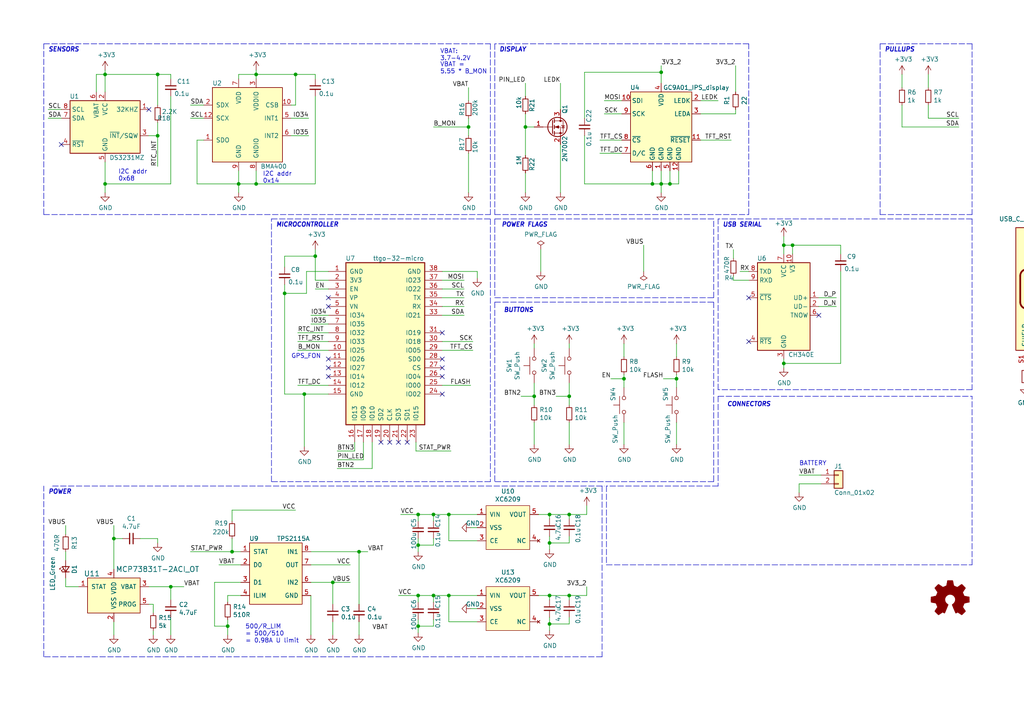
<source format=kicad_sch>
(kicad_sch (version 20231120) (generator "eeschema") (generator_version "8.0")
  (paper "A4")
  (title_block (title "Open-Smartwatch-Light") (date "2021-02-18") (rev "3.3"))
  (junction (at 191.77 53.34))
  (junction (at 194.31 53.34))
  (junction (at 125.73 149.225))
  (junction (at 88.265 114.3))
  (junction (at 154.94 114.935))
  (junction (at 82.55 85.09))
  (junction (at 74.295 21.59))
  (junction (at 196.215 109.855))
  (junction (at 45.72 39.37))
  (junction (at 159.385 157.48))
  (junction (at 30.48 53.34))
  (junction (at 121.285 172.72))
  (junction (at 227.33 105.41))
  (junction (at 130.175 149.225))
  (junction (at 165.1 172.72))
  (junction (at 121.285 149.225))
  (junction (at 91.44 74.295))
  (junction (at 152.4 36.83))
  (junction (at 189.23 53.34))
  (junction (at 121.285 181.61))
  (junction (at 125.73 172.72))
  (junction (at 191.77 20.955))
  (junction (at 159.385 149.225))
  (junction (at 45.72 21.59))
  (junction (at 121.285 158.115))
  (junction (at 159.385 180.975))
  (junction (at 165.1 114.935))
  (junction (at 104.14 160.02))
  (junction (at 159.385 172.72))
  (junction (at 96.52 168.91))
  (junction (at 67.31 160.02))
  (junction (at 165.1 149.225))
  (junction (at 227.33 71.12))
  (junction (at 33.02 156.21))
  (junction (at 135.89 36.83))
  (junction (at 229.87 71.12))
  (junction (at 74.295 53.34))
  (junction (at 49.53 170.18))
  (junction (at 130.175 172.72))
  (junction (at 180.975 109.855))
  (junction (at 326.39 91.44))
  (junction (at 69.215 53.34))
  (junction (at 66.04 181.61))
  (junction (at 85.725 21.59))
  (junction (at 30.48 21.59))
  (no_connect (at 95.25 104.14))
  (no_connect (at 95.25 106.68))
  (no_connect (at 128.27 104.14))
  (no_connect (at 95.25 86.36))
  (no_connect (at 17.78 41.91))
  (no_connect (at 217.17 99.06))
  (no_connect (at 128.27 106.68))
  (no_connect (at 110.49 128.27))
  (no_connect (at 95.25 88.9))
  (no_connect (at 128.27 96.52))
  (no_connect (at 43.18 31.75))
  (no_connect (at 128.27 114.3))
  (no_connect (at 95.25 109.22))
  (no_connect (at 237.49 91.44))
  (no_connect (at 128.27 109.22))
  (no_connect (at 217.17 86.36))
  (no_connect (at 115.57 128.27))
  (no_connect (at 118.11 128.27))
  (no_connect (at 113.03 128.27))
  (wire (pts (xy 97.79 135.89) (xy 107.95 135.89)))
  (wire (pts (xy 180.34 33.02) (xy 175.26 33.02)))
  (wire (pts (xy 136.525 153.035) (xy 138.43 153.035)))
  (wire (pts (xy 30.48 21.59) (xy 27.94 21.59)))
  (wire (pts (xy 180.34 29.21) (xy 175.26 29.21)))
  (wire (pts (xy 74.295 21.59) (xy 85.725 21.59)))
  (wire (pts (xy 49.53 173.99) (xy 49.53 170.18)))
  (wire (pts (xy 196.215 128.905) (xy 196.215 122.555)))
  (wire (pts (xy 95.25 91.44) (xy 90.17 91.44)))
  (wire (pts (xy 159.385 179.07) (xy 159.385 180.975)))
  (wire (pts (xy 90.17 160.02) (xy 104.14 160.02)))
  (wire (pts (xy 152.4 55.88) (xy 152.4 50.165)))
  (polyline (pts (xy 207.01 63.5) (xy 143.51 63.5)) (stroke (width 0) (type dash)))
  (wire (pts (xy 128.27 78.74) (xy 138.43 78.74)))
  (wire (pts (xy 105.41 133.35) (xy 105.41 128.27)))
  (wire (pts (xy 95.25 93.98) (xy 90.17 93.98)))
  (polyline (pts (xy 208.28 113.03) (xy 208.28 63.5)) (stroke (width 0) (type dash)))
  (wire (pts (xy 88.9 85.09) (xy 82.55 85.09)))
  (wire (pts (xy 95.25 81.28) (xy 91.44 81.28)))
  (wire (pts (xy 90.17 184.15) (xy 90.17 172.72)))
  (wire (pts (xy 138.43 156.845) (xy 130.175 156.845)))
  (polyline (pts (xy 12.7 190.5) (xy 12.7 140.97)) (stroke (width 0) (type dash)))
  (wire (pts (xy 49.53 184.15) (xy 49.53 179.07)))
  (wire (pts (xy 136.525 176.53) (xy 138.43 176.53)))
  (wire (pts (xy 13.97 34.29) (xy 17.78 34.29)))
  (wire (pts (xy 159.385 149.225) (xy 165.1 149.225)))
  (wire (pts (xy 130.175 149.225) (xy 138.43 149.225)))
  (wire (pts (xy 165.1 155.575) (xy 165.1 157.48)))
  (wire (pts (xy 194.31 53.34) (xy 191.77 53.34)))
  (wire (pts (xy 84.455 39.37) (xy 89.535 39.37)))
  (wire (pts (xy 151.13 114.935) (xy 154.94 114.935)))
  (wire (pts (xy 19.05 160.02) (xy 19.05 162.56)))
  (wire (pts (xy 191.77 20.955) (xy 169.545 20.955)))
  (wire (pts (xy 95.25 83.82) (xy 91.44 83.82)))
  (wire (pts (xy 243.84 78.74) (xy 243.84 105.41)))
  (wire (pts (xy 242.57 86.36) (xy 237.49 86.36)))
  (wire (pts (xy 30.48 21.59) (xy 30.48 26.67)))
  (wire (pts (xy 66.04 181.61) (xy 66.04 179.705)))
  (wire (pts (xy 320.04 73.66) (xy 334.01 73.66)))
  (wire (pts (xy 102.87 130.81) (xy 97.79 130.81)))
  (wire (pts (xy 95.25 114.3) (xy 88.265 114.3)))
  (wire (pts (xy 19.05 170.18) (xy 22.86 170.18)))
  (polyline (pts (xy 15.24 140.97) (xy 175.26 140.97)) (stroke (width 0) (type dash)))
  (wire (pts (xy 138.43 180.34) (xy 130.175 180.34)))
  (wire (pts (xy 159.385 157.48) (xy 159.385 159.385)))
  (wire (pts (xy 261.62 36.83) (xy 278.13 36.83)))
  (wire (pts (xy 121.285 172.72) (xy 125.73 172.72)))
  (polyline (pts (xy 142.24 12.7) (xy 142.24 62.23)) (stroke (width 0) (type dash)))
  (wire (pts (xy 69.215 53.34) (xy 69.215 55.88)))
  (wire (pts (xy 170.18 146.685) (xy 170.18 149.225)))
  (wire (pts (xy 104.14 160.02) (xy 106.68 160.02)))
  (polyline (pts (xy 143.51 86.36) (xy 207.01 86.36)) (stroke (width 0) (type dash)))
  (wire (pts (xy 67.31 151.13) (xy 67.31 147.955)))
  (polyline (pts (xy 281.94 12.7) (xy 281.94 62.23)) (stroke (width 0) (type dash)))
  (wire (pts (xy 213.36 31.75) (xy 213.36 33.02)))
  (wire (pts (xy 154.94 111.125) (xy 154.94 114.935)))
  (wire (pts (xy 165.1 172.72) (xy 170.18 172.72)))
  (wire (pts (xy 229.87 71.12) (xy 229.87 73.66)))
  (wire (pts (xy 13.97 31.75) (xy 17.78 31.75)))
  (polyline (pts (xy 255.27 62.23) (xy 281.94 62.23)) (stroke (width 0) (type dash)))
  (wire (pts (xy 74.295 53.34) (xy 91.44 53.34)))
  (wire (pts (xy 96.52 168.91) (xy 90.17 168.91)))
  (wire (pts (xy 135.89 34.29) (xy 135.89 36.83)))
  (polyline (pts (xy 207.01 139.7) (xy 143.51 139.7)) (stroke (width 0) (type dash)))
  (wire (pts (xy 261.62 21.59) (xy 261.62 25.4)))
  (wire (pts (xy 165.1 99.695) (xy 165.1 100.965)))
  (wire (pts (xy 91.44 74.295) (xy 82.55 74.295)))
  (wire (pts (xy 326.39 76.2) (xy 326.39 86.36)))
  (wire (pts (xy 180.975 109.855) (xy 180.975 108.585)))
  (polyline (pts (xy 12.7 62.23) (xy 12.7 12.7)) (stroke (width 0) (type dash)))
  (wire (pts (xy 95.25 96.52) (xy 86.36 96.52)))
  (polyline (pts (xy 207.01 87.63) (xy 207.01 139.7)) (stroke (width 0) (type dash)))
  (wire (pts (xy 33.02 156.21) (xy 33.02 165.1)))
  (polyline (pts (xy 207.01 86.36) (xy 207.01 63.5)) (stroke (width 0) (type dash)))
  (wire (pts (xy 121.285 156.21) (xy 121.285 158.115)))
  (wire (pts (xy 156.21 149.225) (xy 159.385 149.225)))
  (wire (pts (xy 169.545 20.955) (xy 169.545 34.29)))
  (wire (pts (xy 45.72 156.21) (xy 45.72 157.48)))
  (wire (pts (xy 121.285 172.72) (xy 121.285 174.625)))
  (wire (pts (xy 227.33 106.68) (xy 227.33 105.41)))
  (wire (pts (xy 104.14 175.26) (xy 104.14 160.02)))
  (wire (pts (xy 82.55 85.09) (xy 82.55 82.55)))
  (wire (pts (xy 128.27 91.44) (xy 134.62 91.44)))
  (wire (pts (xy 86.36 101.6) (xy 95.25 101.6)))
  (wire (pts (xy 67.31 160.02) (xy 69.85 160.02)))
  (wire (pts (xy 196.85 49.53) (xy 196.85 53.34)))
  (wire (pts (xy 159.385 180.975) (xy 159.385 182.88)))
  (wire (pts (xy 91.44 81.28) (xy 91.44 74.295)))
  (wire (pts (xy 101.6 163.83) (xy 90.17 163.83)))
  (wire (pts (xy 115.57 172.72) (xy 121.285 172.72)))
  (wire (pts (xy 138.43 78.74) (xy 138.43 80.645)))
  (wire (pts (xy 125.73 181.61) (xy 125.73 179.705)))
  (wire (pts (xy 121.285 149.225) (xy 121.285 151.13)))
  (wire (pts (xy 19.05 167.64) (xy 19.05 170.18)))
  (polyline (pts (xy 174.625 140.97) (xy 174.625 190.5)) (stroke (width 0) (type dash)))
  (wire (pts (xy 44.45 184.15) (xy 44.45 182.88)))
  (wire (pts (xy 238.125 137.795) (xy 231.775 137.795)))
  (wire (pts (xy 191.77 20.955) (xy 191.77 24.13)))
  (polyline (pts (xy 281.94 163.83) (xy 281.94 114.935)) (stroke (width 0) (type dash)))
  (polyline (pts (xy 142.24 139.7) (xy 78.74 139.7)) (stroke (width 0) (type dash)))
  (polyline (pts (xy 143.51 62.23) (xy 217.17 62.23)) (stroke (width 0) (type dash)))
  (wire (pts (xy 208.28 29.21) (xy 203.2 29.21)))
  (wire (pts (xy 95.25 99.06) (xy 86.36 99.06)))
  (wire (pts (xy 45.72 21.59) (xy 45.72 30.48)))
  (wire (pts (xy 243.84 71.12) (xy 243.84 73.66)))
  (wire (pts (xy 66.04 172.72) (xy 66.04 174.625)))
  (wire (pts (xy 121.285 149.225) (xy 125.73 149.225)))
  (wire (pts (xy 191.77 53.34) (xy 189.23 53.34)))
  (wire (pts (xy 180.34 40.64) (xy 173.99 40.64)))
  (polyline (pts (xy 217.17 62.23) (xy 217.17 12.7)) (stroke (width 0) (type dash)))
  (wire (pts (xy 165.1 149.225) (xy 165.1 150.495)))
  (wire (pts (xy 165.1 114.935) (xy 165.1 111.125)))
  (wire (pts (xy 69.215 53.34) (xy 57.15 53.34)))
  (wire (pts (xy 44.45 177.8) (xy 44.45 175.26)))
  (wire (pts (xy 102.87 128.27) (xy 102.87 130.81)))
  (wire (pts (xy 135.89 44.45) (xy 135.89 55.88)))
  (wire (pts (xy 152.4 36.83) (xy 152.4 45.085)))
  (wire (pts (xy 66.04 184.15) (xy 66.04 181.61)))
  (wire (pts (xy 45.72 35.56) (xy 45.72 39.37)))
  (wire (pts (xy 67.31 160.02) (xy 67.31 156.21)))
  (wire (pts (xy 84.455 34.29) (xy 89.535 34.29)))
  (wire (pts (xy 165.1 117.475) (xy 165.1 114.935)))
  (wire (pts (xy 128.27 99.06) (xy 137.16 99.06)))
  (wire (pts (xy 261.62 30.48) (xy 261.62 36.83)))
  (wire (pts (xy 189.23 49.53) (xy 189.23 53.34)))
  (wire (pts (xy 243.84 105.41) (xy 227.33 105.41)))
  (wire (pts (xy 180.975 99.695) (xy 180.975 103.505)))
  (wire (pts (xy 82.55 74.295) (xy 82.55 77.47)))
  (wire (pts (xy 62.23 168.91) (xy 62.23 181.61)))
  (wire (pts (xy 156.845 72.39) (xy 156.845 78.74)))
  (wire (pts (xy 121.285 181.61) (xy 121.285 183.515)))
  (wire (pts (xy 194.31 49.53) (xy 194.31 53.34)))
  (wire (pts (xy 120.65 128.27) (xy 120.65 130.81)))
  (wire (pts (xy 49.53 27.94) (xy 49.53 53.34)))
  (polyline (pts (xy 143.51 87.63) (xy 143.51 139.7)) (stroke (width 0) (type dash)))
  (wire (pts (xy 45.72 39.37) (xy 45.72 48.26)))
  (wire (pts (xy 69.215 21.59) (xy 74.295 21.59)))
  (wire (pts (xy 33.02 184.15) (xy 33.02 180.34)))
  (wire (pts (xy 242.57 88.9) (xy 237.49 88.9)))
  (wire (pts (xy 159.385 149.225) (xy 159.385 150.495)))
  (wire (pts (xy 165.1 180.975) (xy 159.385 180.975)))
  (wire (pts (xy 55.245 30.48) (xy 59.055 30.48)))
  (wire (pts (xy 334.01 73.66) (xy 334.01 86.36)))
  (wire (pts (xy 212.725 81.28) (xy 217.17 81.28)))
  (wire (pts (xy 74.295 20.32) (xy 74.295 21.59)))
  (wire (pts (xy 238.125 140.335) (xy 231.775 140.335)))
  (wire (pts (xy 88.265 114.3) (xy 88.265 129.54)))
  (wire (pts (xy 196.215 109.855) (xy 196.215 112.395)))
  (wire (pts (xy 191.77 53.34) (xy 191.77 55.88)))
  (wire (pts (xy 269.24 30.48) (xy 269.24 34.29)))
  (wire (pts (xy 180.975 128.905) (xy 180.975 122.555)))
  (wire (pts (xy 85.725 21.59) (xy 91.44 21.59)))
  (wire (pts (xy 162.56 55.88) (xy 162.56 41.91)))
  (wire (pts (xy 169.545 39.37) (xy 169.545 53.34)))
  (wire (pts (xy 62.23 181.61) (xy 66.04 181.61)))
  (wire (pts (xy 128.27 81.28) (xy 134.62 81.28)))
  (wire (pts (xy 180.34 44.45) (xy 173.99 44.45)))
  (polyline (pts (xy 217.17 12.7) (xy 143.51 12.7)) (stroke (width 0) (type dash)))
  (wire (pts (xy 96.52 168.91) (xy 96.52 175.26)))
  (wire (pts (xy 40.64 156.21) (xy 45.72 156.21)))
  (wire (pts (xy 120.65 130.81) (xy 130.81 130.81)))
  (polyline (pts (xy 78.74 63.5) (xy 142.24 63.5)) (stroke (width 0) (type dash)))
  (wire (pts (xy 162.56 24.13) (xy 162.56 31.75)))
  (wire (pts (xy 159.385 172.72) (xy 165.1 172.72)))
  (wire (pts (xy 326.39 91.44) (xy 326.39 96.52)))
  (wire (pts (xy 121.285 158.115) (xy 121.285 160.02)))
  (wire (pts (xy 159.385 172.72) (xy 159.385 173.99)))
  (wire (pts (xy 67.31 147.955) (xy 85.725 147.955)))
  (wire (pts (xy 165.1 149.225) (xy 170.18 149.225)))
  (wire (pts (xy 213.36 26.67) (xy 213.36 19.05)))
  (wire (pts (xy 191.77 49.53) (xy 191.77 53.34)))
  (wire (pts (xy 97.79 133.35) (xy 105.41 133.35)))
  (wire (pts (xy 170.18 172.72) (xy 170.18 170.18)))
  (wire (pts (xy 213.36 33.02) (xy 203.2 33.02)))
  (wire (pts (xy 128.27 101.6) (xy 137.16 101.6)))
  (wire (pts (xy 269.24 34.29) (xy 278.13 34.29)))
  (wire (pts (xy 95.25 111.76) (xy 86.36 111.76)))
  (polyline (pts (xy 12.7 62.23) (xy 142.24 62.23)) (stroke (width 0) (type dash)))
  (wire (pts (xy 63.5 163.83) (xy 69.85 163.83)))
  (polyline (pts (xy 143.51 12.7) (xy 143.51 62.23)) (stroke (width 0) (type dash)))
  (wire (pts (xy 121.285 158.115) (xy 125.73 158.115)))
  (wire (pts (xy 69.85 168.91) (xy 62.23 168.91)))
  (wire (pts (xy 30.48 55.88) (xy 30.48 53.34)))
  (wire (pts (xy 229.87 71.12) (xy 243.84 71.12)))
  (wire (pts (xy 33.02 156.21) (xy 33.02 152.4)))
  (polyline (pts (xy 143.51 87.63) (xy 207.01 87.63)) (stroke (width 0) (type dash)))
  (wire (pts (xy 53.34 170.18) (xy 49.53 170.18)))
  (wire (pts (xy 135.89 36.83) (xy 125.73 36.83)))
  (wire (pts (xy 30.48 21.59) (xy 45.72 21.59)))
  (polyline (pts (xy 12.7 12.7) (xy 142.24 12.7)) (stroke (width 0) (type dash)))
  (wire (pts (xy 55.245 160.02) (xy 67.31 160.02)))
  (wire (pts (xy 101.6 168.91) (xy 96.52 168.91)))
  (wire (pts (xy 45.72 21.59) (xy 49.53 21.59)))
  (wire (pts (xy 180.975 112.395) (xy 180.975 109.855)))
  (wire (pts (xy 121.285 179.705) (xy 121.285 181.61)))
  (wire (pts (xy 27.94 21.59) (xy 27.94 26.67)))
  (wire (pts (xy 227.33 68.58) (xy 227.33 71.12)))
  (wire (pts (xy 320.04 76.2) (xy 326.39 76.2)))
  (wire (pts (xy 154.94 100.965) (xy 154.94 99.695)))
  (wire (pts (xy 57.15 40.64) (xy 59.055 40.64)))
  (wire (pts (xy 104.14 184.15) (xy 104.14 180.34)))
  (wire (pts (xy 69.85 172.72) (xy 66.04 172.72)))
  (wire (pts (xy 128.27 88.9) (xy 134.62 88.9)))
  (wire (pts (xy 269.24 21.59) (xy 269.24 25.4)))
  (wire (pts (xy 212.725 72.39) (xy 212.725 74.93)))
  (wire (pts (xy 85.725 21.59) (xy 85.725 30.48)))
  (wire (pts (xy 95.25 78.74) (xy 88.9 78.74)))
  (wire (pts (xy 69.215 22.86) (xy 69.215 21.59)))
  (wire (pts (xy 121.285 181.61) (xy 125.73 181.61)))
  (wire (pts (xy 196.215 103.505) (xy 196.215 99.695)))
  (wire (pts (xy 91.44 74.295) (xy 91.44 72.39)))
  (wire (pts (xy 326.39 91.44) (xy 334.01 91.44)))
  (polyline (pts (xy 255.27 12.7) (xy 255.27 62.23)) (stroke (width 0) (type dash)))
  (wire (pts (xy 159.385 155.575) (xy 159.385 157.48)))
  (wire (pts (xy 227.33 105.41) (xy 227.33 104.14)))
  (wire (pts (xy 128.27 86.36) (xy 134.62 86.36)))
  (wire (pts (xy 130.175 172.72) (xy 138.43 172.72)))
  (polyline (pts (xy 175.895 163.83) (xy 281.94 163.83)) (stroke (width 0) (type dash)))
  (wire (pts (xy 130.175 172.72) (xy 130.175 180.34)))
  (wire (pts (xy 128.27 83.82) (xy 134.62 83.82)))
  (polyline (pts (xy 281.94 63.5) (xy 208.28 63.5)) (stroke (width 0) (type dash)))
  (wire (pts (xy 177.165 109.855) (xy 180.975 109.855)))
  (wire (pts (xy 55.245 34.29) (xy 59.055 34.29)))
  (wire (pts (xy 85.725 30.48) (xy 84.455 30.48)))
  (wire (pts (xy 116.205 149.225) (xy 121.285 149.225)))
  (wire (pts (xy 191.77 19.05) (xy 191.77 20.955)))
  (wire (pts (xy 196.85 53.34) (xy 194.31 53.34)))
  (polyline (pts (xy 281.94 63.5) (xy 281.94 113.03)) (stroke (width 0) (type dash)))
  (polyline (pts (xy 208.28 140.97) (xy 175.895 140.97)) (stroke (width 0) (type dash)))
  (wire (pts (xy 152.4 24.13) (xy 152.4 27.94)))
  (wire (pts (xy 30.48 20.32) (xy 30.48 21.59)))
  (wire (pts (xy 57.15 53.34) (xy 57.15 40.64)))
  (wire (pts (xy 43.18 39.37) (xy 45.72 39.37)))
  (polyline (pts (xy 175.895 140.97) (xy 175.895 163.83)) (stroke (width 0) (type dash)))
  (wire (pts (xy 96.52 184.15) (xy 96.52 180.34)))
  (wire (pts (xy 49.53 170.18) (xy 43.18 170.18)))
  (wire (pts (xy 91.44 21.59) (xy 91.44 22.86)))
  (wire (pts (xy 156.21 172.72) (xy 159.385 172.72)))
  (polyline (pts (xy 255.27 12.7) (xy 281.94 12.7)) (stroke (width 0) (type dash)))
  (wire (pts (xy 169.545 53.34) (xy 189.23 53.34)))
  (wire (pts (xy 74.295 49.53) (xy 74.295 53.34)))
  (polyline (pts (xy 174.625 190.5) (xy 12.7 190.5)) (stroke (width 0) (type dash)))
  (wire (pts (xy 196.215 108.585) (xy 196.215 109.855)))
  (wire (pts (xy 203.2 40.64) (xy 212.09 40.64)))
  (wire (pts (xy 125.73 172.72) (xy 125.73 174.625)))
  (wire (pts (xy 165.1 179.07) (xy 165.1 180.975)))
  (wire (pts (xy 227.33 71.12) (xy 227.33 73.66)))
  (wire (pts (xy 69.215 49.53) (xy 69.215 53.34)))
  (wire (pts (xy 161.29 114.935) (xy 165.1 114.935)))
  (wire (pts (xy 152.4 36.83) (xy 154.94 36.83)))
  (wire (pts (xy 49.53 53.34) (xy 30.48 53.34)))
  (wire (pts (xy 154.94 114.935) (xy 154.94 117.475)))
  (wire (pts (xy 107.95 128.27) (xy 107.95 135.89)))
  (wire (pts (xy 44.45 175.26) (xy 43.18 175.26)))
  (wire (pts (xy 91.44 53.34) (xy 91.44 27.94)))
  (wire (pts (xy 19.05 152.4) (xy 19.05 154.94)))
  (wire (pts (xy 74.295 53.34) (xy 69.215 53.34)))
  (wire (pts (xy 152.4 33.02) (xy 152.4 36.83)))
  (wire (pts (xy 82.55 85.09) (xy 82.55 114.3)))
  (wire (pts (xy 231.775 140.335) (xy 231.775 142.875)))
  (wire (pts (xy 227.33 71.12) (xy 229.87 71.12)))
  (polyline (pts (xy 78.74 139.7) (xy 78.74 63.5)) (stroke (width 0) (type dash)))
  (wire (pts (xy 130.175 149.225) (xy 130.175 156.845)))
  (wire (pts (xy 88.9 78.74) (xy 88.9 85.09)))
  (wire (pts (xy 212.725 80.01) (xy 212.725 81.28)))
  (wire (pts (xy 125.73 158.115) (xy 125.73 156.21)))
  (wire (pts (xy 135.89 29.21) (xy 135.89 25.4)))
  (wire (pts (xy 125.73 149.225) (xy 130.175 149.225)))
  (polyline (pts (xy 143.51 63.5) (xy 143.51 86.36)) (stroke (width 0) (type dash)))
  (polyline (pts (xy 208.28 114.935) (xy 281.94 114.935)) (stroke (width 0) (type dash)))
  (wire (pts (xy 35.56 156.21) (xy 33.02 156.21)))
  (wire (pts (xy 125.73 149.225) (xy 125.73 151.13)))
  (wire (pts (xy 135.89 36.83) (xy 135.89 39.37)))
  (wire (pts (xy 128.27 111.76) (xy 136.525 111.76)))
  (wire (pts (xy 186.69 78.74) (xy 186.69 71.12)))
  (polyline (pts (xy 281.94 113.03) (xy 208.28 113.03)) (stroke (width 0) (type dash)))
  (wire (pts (xy 165.1 172.72) (xy 165.1 173.99)))
  (polyline (pts (xy 208.28 114.935) (xy 208.28 140.97)) (stroke (width 0) (type dash)))
  (wire (pts (xy 74.295 21.59) (xy 74.295 22.86)))
  (wire (pts (xy 154.94 128.905) (xy 154.94 122.555)))
  (wire (pts (xy 196.215 109.855) (xy 192.405 109.855)))
  (wire (pts (xy 125.73 172.72) (xy 130.175 172.72)))
  (wire (pts (xy 165.1 128.905) (xy 165.1 122.555)))
  (wire (pts (xy 49.53 21.59) (xy 49.53 22.86)))
  (polyline (pts (xy 142.24 63.5) (xy 142.24 139.7)) (stroke (width 0) (type dash)))
  (wire (pts (xy 30.48 53.34) (xy 30.48 46.99)))
  (wire (pts (xy 214.63 78.74) (xy 217.17 78.74)))
  (wire (pts (xy 82.55 114.3) (xy 88.265 114.3)))
  (wire (pts (xy 165.1 157.48) (xy 159.385 157.48)))
  (text "USB SERIAL" (at 209.55 66.04 0) (effects (font (size 1.27 1.27) (thickness 0.254) (bold yes) (italic yes)) (justify left bottom)))
  (text "MICROCONTROLLER" (at 80.01 66.04 0) (effects (font (size 1.27 1.27) (thickness 0.254) (bold yes) (italic yes)) (justify left bottom)))
  (text "DISPLAY" (at 144.78 15.24 0) (effects (font (size 1.27 1.27) (thickness 0.254) (bold yes) (italic yes)) (justify left bottom)))
  (text "GPS_FON" (at 84.455 104.14 0) (effects (font (size 1.27 1.27)) (justify left bottom)))
  (text "I2C addr\n0x68" (at 34.29 52.705 0) (effects (font (size 1.27 1.27)) (justify left bottom)))
  (text "VBAT =\n5.55 * B_MON\n" (at 127.635 21.59 0) (effects (font (size 1.27 1.27)) (justify left bottom)))
  (text "500/R_LIM\n= 500/510\n= 0.98A U limit" (at 71.12 186.69 0) (effects (font (size 1.27 1.27)) (justify left bottom)))
  (text "BATTERY" (at 231.775 135.255 0) (effects (font (size 1.27 1.27)) (justify left bottom)))
  (text "VBAT:\n3.7-4.2V" (at 127.635 17.78 0) (effects (font (size 1.27 1.27)) (justify left bottom)))
  (text "POWER FLAGS" (at 145.415 66.04 0) (effects (font (size 1.27 1.27) (thickness 0.254) (bold yes) (italic yes)) (justify left bottom)))
  (text "SENSORS" (at 13.97 15.24 0) (effects (font (size 1.27 1.27) (thickness 0.254) (bold yes) (italic yes)) (justify left bottom)))
  (text "BUTTONS" (at 146.05 90.805 0) (effects (font (size 1.27 1.27) (thickness 0.254) (bold yes) (italic yes)) (justify left bottom)))
  (text "CONNECTORS" (at 210.82 118.11 0) (effects (font (size 1.27 1.27) (thickness 0.254) (bold yes) (italic yes)) (justify left bottom)))
  (text "I2C addr\n0x14" (at 76.2 53.34 0) (effects (font (size 1.27 1.27)) (justify left bottom)))
  (text "PULLUPS" (at 256.54 15.24 0) (effects (font (size 1.27 1.27) (thickness 0.254) (bold yes) (italic yes)) (justify left bottom)))
  (text "POWER" (at 13.97 143.51 0) (effects (font (size 1.27 1.27) (thickness 0.254) (bold yes) (italic yes)) (justify left bottom)))
  (label "TX" (at 212.725 72.39 180))
  (label "IO34" (at 90.17 91.44 0))
  (label "STAT_PWR" (at 55.245 160.02 0))
  (label "RTC_INT" (at 45.72 48.26 90))
  (label "VBAT" (at 53.34 170.18 0))
  (label "VBAT" (at 106.68 160.02 0))
  (label "B_MON" (at 125.73 36.83 0))
  (label "IO35" (at 90.17 93.98 0))
  (label "TFT_RST" (at 86.36 99.06 0))
  (label "STAT_PWR" (at 130.81 130.81 180))
  (label "VBAT" (at 231.775 137.795 0))
  (label "VCC" (at 85.725 147.955 180))
  (label "MOSI" (at 134.62 81.28 180))
  (label "3V3_2" (at 191.77 19.05 0))
  (label "SCL" (at 13.97 31.75 0))
  (label "3V3_2" (at 170.18 170.18 180))
  (label "B_MON" (at 86.36 101.6 0))
  (label "TFT_CS" (at 173.99 40.64 0))
  (label "TFT_DC" (at 173.99 44.45 0))
  (label "RX" (at 134.62 88.9 180))
  (label "LEDK" (at 208.28 29.21 180))
  (label "VBUS" (at 33.02 152.4 180))
  (label "D_N" (at 242.57 88.9 180))
  (label "SDA" (at 55.245 30.48 0))
  (label "VCC" (at 115.57 172.72 0))
  (label "SDA" (at 278.13 36.83 180))
  (label "VBUS" (at 320.04 68.58 0))
  (label "IO34" (at 89.535 34.29 180))
  (label "BTN2" (at 151.13 114.935 180))
  (label "SDA" (at 13.97 34.29 0))
  (label "EN" (at 91.44 83.82 0))
  (label "VBAT" (at 63.5 163.83 0))
  (label "D_N" (at 320.04 81.28 0))
  (label "TFT_CS" (at 137.16 101.6 180))
  (label "D_P" (at 242.57 86.36 180))
  (label "EN" (at 177.165 109.855 180))
  (label "SCL" (at 278.13 34.29 180))
  (label "VBUS" (at 186.69 71.12 180))
  (label "SCL" (at 134.62 83.82 180))
  (label "VBAT" (at 135.89 25.4 180))
  (label "PIN_LED" (at 97.79 133.35 0))
  (label "D_N" (at 320.04 83.82 0))
  (label "D_P" (at 320.04 88.9 0))
  (label "BTN3" (at 97.79 130.81 0))
  (label "VBUS" (at 19.05 152.4 180))
  (label "SDA" (at 134.62 91.44 180))
  (label "VBAT" (at 107.95 182.88 0))
  (label "TFT_DC" (at 86.36 111.76 0))
  (label "3V3_2" (at 213.36 19.05 180))
  (label "TFT_RST" (at 212.09 40.64 180))
  (label "VBUS" (at 101.6 168.91 180))
  (label "SCK" (at 137.16 99.06 180))
  (label "FLASH" (at 192.405 109.855 180))
  (label "VCC" (at 101.6 163.83 180))
  (label "BTN3" (at 161.29 114.935 180))
  (label "BTN2" (at 97.79 135.89 0))
  (label "RX" (at 214.63 78.74 0))
  (label "D_P" (at 320.04 86.36 0))
  (label "LEDK" (at 162.56 24.13 180))
  (label "MOSI" (at 175.26 29.21 0))
  (label "TX" (at 134.62 86.36 180))
  (label "RTC_INT" (at 86.36 96.52 0))
  (label "FLASH" (at 136.525 111.76 180))
  (label "IO35" (at 89.535 39.37 180))
  (label "SCK" (at 175.26 33.02 0))
  (label "SCL" (at 55.245 34.29 0))
  (label "PIN_LED" (at 152.4 24.13 180))
  (label "VCC" (at 116.205 149.225 0))
  (symbol (lib_id "open-Smartwatch:GC9A01_IPS_display_SPI") (at 191.77 36.83 0) (unit 1)
    (property "Reference" "U4" (at 184.15 25.4 0))
    (property "Value" "GC9A01_IPS_display" (at 201.93 25.4 0))
    (property "Footprint" "open-Smartwatch:GC9A01_IPS_display" (effects (hide yes)))
  )
  (symbol (lib_id "open-Smartwatch:ttgo-32-micro") (at 111.76 96.52 0) (unit 1)
    (property "Reference" "U7" (at 101.6 74.93 0))
    (property "Value" "ttgo-32-micro" (at 115.57 74.93 0))
    (property "Footprint" "open-Smartwatch:ttgo-32-micro" (effects (hide yes)))
  )
  (symbol (lib_id "Switch:SW_Push") (at 180.975 117.475 90) (unit 1)
    (property "Reference" "SW4" (at 177.8 114.3 0))
    (property "Value" "SW_Push" (at 178.435 124.46 0))
    (property "Footprint" "open-Smartwatch:button_side_smd" (effects (hide yes)))
  )
  (symbol (lib_id "Switch:SW_Push") (at 196.215 117.475 90) (unit 1)
    (property "Reference" "SW5" (at 193.04 114.3 0))
    (property "Value" "SW_Push" (at 193.675 124.46 0))
    (property "Footprint" "open-Smartwatch:button_side_smd" (effects (hide yes)))
  )
  (symbol (lib_id "Switch:SW_Push") (at 154.94 106.045 90) (unit 1)
    (property "Reference" "SW1" (at 147.701 106.045 0))
    (property "Value" "SW_Push" (at 150.0124 106.045 0))
    (property "Footprint" "open-Smartwatch:button_side_smd" (effects (hide yes)))
  )
  (symbol (lib_id "Switch:SW_Push") (at 165.1 106.045 90) (unit 1)
    (property "Reference" "SW2" (at 157.861 106.045 0))
    (property "Value" "SW_Push" (at 160.1724 106.045 0))
    (property "Footprint" "open-Smartwatch:button_side_smd" (effects (hide yes)))
  )
  (symbol (lib_id "osw-light-rescue:+3V3-power") (at 180.975 99.695 0) (unit 1)
    (property "Reference" "#PWR030" (effects (hide yes)))
    (property "Value" "+3V3" (at 181.356 95.3008 0))
  )
  (symbol (lib_id "Device:R_Small") (at 180.975 106.045 0) (unit 1)
    (property "Reference" "R8" (at 182.4736 104.8766 0) (effects (justify left)))
    (property "Value" "10k" (at 182.4736 107.188 0) (effects (justify left)))
    (property "Footprint" "Resistor_SMD:R_0603_1608Metric" (effects (hide yes)))
  )
  (symbol (lib_id "osw-light-rescue:GND-power") (at 180.975 128.905 0) (unit 1)
    (property "Reference" "#PWR038" (effects (hide yes)))
    (property "Value" "GND" (at 181.102 133.2992 0))
  )
  (symbol (lib_id "Device:R_Small") (at 196.215 106.045 0) (unit 1)
    (property "Reference" "R9" (at 197.7136 104.8766 0) (effects (justify left)))
    (property "Value" "10k" (at 197.7136 107.188 0) (effects (justify left)))
    (property "Footprint" "Resistor_SMD:R_0603_1608Metric" (effects (hide yes)))
  )
  (symbol (lib_id "osw-light-rescue:+3V3-power") (at 196.215 99.695 0) (unit 1)
    (property "Reference" "#PWR031" (effects (hide yes)))
    (property "Value" "+3V3" (at 196.596 95.3008 0))
  )
  (symbol (lib_id "osw-light-rescue:GND-power") (at 196.215 128.905 0) (unit 1)
    (property "Reference" "#PWR039" (effects (hide yes)))
    (property "Value" "GND" (at 196.342 133.2992 0))
  )
  (symbol (lib_id "open-Smartwatch:CH340E") (at 227.33 88.9 0) (mirror y) (unit 1)
    (property "Reference" "U6" (at 220.98 74.93 0))
    (property "Value" "CH340E" (at 232.41 102.87 0))
    (property "Footprint" "open-Smartwatch:MSOP-10_3x3mm_P0.5mm" (effects (hide yes)))
    (property "Datasheet" "https://www.mpja.com/download/35227cpdata.pdf" (effects (hide yes)))
  )
  (symbol (lib_id "osw-light-rescue:GND-power") (at 227.33 106.68 0) (unit 1)
    (property "Reference" "#PWR025" (effects (hide yes)))
    (property "Value" "GND" (at 227.457 111.0742 0))
  )
  (symbol (lib_id "osw-light-rescue:+3V3-power") (at 227.33 68.58 0) (unit 1)
    (property "Reference" "#PWR015" (effects (hide yes)))
    (property "Value" "+3V3" (at 227.33 64.77 0))
  )
  (symbol (lib_id "open-Smartwatch:TPS2115A_default") (at 80.01 166.37 0) (unit 1)
    (property "Reference" "U9" (at 73.66 156.21 0))
    (property "Value" "TPS2115A" (at 85.09 156.21 0))
    (property "Footprint" "open-Smartwatch:TSSOP-8_4.4x3mm_P0.65mm" (effects (hide yes)))
    (property "Datasheet" "https://www.ti.com/lit/ds/symlink/tps2114a.pdf?HQS=TI-null-null-digikeymode-df-pf-null-wwe&ts=1599026024238" (effects (hide yes)))
    (property "DigiKey_PN" "296-16940-1-ND" (effects (hide yes)))
    (property "Manufacturer" "Texas Instruments" (effects (hide yes)))
    (property "MPN" "TPS2115APWR" (effects (hide yes)))
  )
  (symbol (lib_id "open-Smartwatch:MCP73831T-2ACI_OT") (at 33.02 172.72 0) (unit 1)
    (property "Reference" "U11" (at 26.67 166.37 0) (effects (font (size 1.524 1.524))))
    (property "Value" "MCP73831T-2ACI_OT" (at 45.72 165.1 0) (effects (font (size 1.524 1.524))))
    (property "Footprint" "open-Smartwatch:SOT-23-5" (effects (hide yes)))
    (property "Datasheet" "http://ww1.microchip.com/downloads/en/DeviceDoc/20001984g.pdf" (effects (hide yes)))
    (property "Digi-Key_PN" "MCP73831T-2ACI/OTCT-ND" (effects (hide yes)))
    (property "MPN" "MCP73831T-2ACI/OT" (effects (hide yes)))
    (property "Manufacturer" "Microchip Technology" (effects (hide yes)))
  )
  (symbol (lib_id "osw-light-rescue:GND-power") (at 33.02 184.15 0) (unit 1)
    (property "Reference" "#PWR043" (effects (hide yes)))
    (property "Value" "GND" (at 33.147 188.5442 0))
  )
  (symbol (lib_id "Device:R_Small") (at 19.05 157.48 180) (unit 1)
    (property "Reference" "R13" (at 21.59 157.48 90))
    (property "Value" "470R" (at 16.51 157.48 90))
    (property "Footprint" "Resistor_SMD:R_0603_1608Metric" (effects (hide yes)))
  )
  (symbol (lib_id "Device:LED_Small") (at 19.05 165.1 90) (unit 1)
    (property "Reference" "D1" (at 21.59 165.1 0))
    (property "Value" "LED_Green" (at 15.24 166.37 0))
    (property "Footprint" "LED_SMD:LED_0805_2012Metric" (effects (hide yes)))
  )
  (symbol (lib_id "Device:C_Small") (at 49.53 176.53 0) (unit 1)
    (property "Reference" "C2" (at 51.8668 175.3616 0) (effects (justify left)))
    (property "Value" "4.7uF" (at 51.8668 177.673 0) (effects (justify left)))
    (property "Footprint" "Capacitor_SMD:C_0603_1608Metric" (effects (hide yes)))
  )
  (symbol (lib_id "osw-light-rescue:GND-power") (at 49.53 184.15 0) (unit 1)
    (property "Reference" "#PWR045" (effects (hide yes)))
    (property "Value" "GND" (at 49.657 188.5442 0))
  )
  (symbol (lib_id "Device:C_Small") (at 38.1 156.21 270) (unit 1)
    (property "Reference" "C1" (at 38.1 150.3934 90))
    (property "Value" "4.7uF" (at 38.1 152.7048 90))
    (property "Footprint" "Capacitor_SMD:C_0603_1608Metric" (effects (hide yes)))
  )
  (symbol (lib_id "osw-light-rescue:GND-power") (at 45.72 157.48 0) (unit 1)
    (property "Reference" "#PWR041" (effects (hide yes)))
    (property "Value" "GND" (at 45.847 161.8742 0))
  )
  (symbol (lib_id "Device:R_Small") (at 44.45 180.34 0) (unit 1)
    (property "Reference" "R15" (at 45.9486 179.1716 0) (effects (justify left)))
    (property "Value" "5k" (at 45.9486 181.483 0) (effects (justify left)))
    (property "Footprint" "Resistor_SMD:R_0603_1608Metric" (effects (hide yes)))
  )
  (symbol (lib_id "osw-light-rescue:GND-power") (at 44.45 184.15 0) (unit 1)
    (property "Reference" "#PWR044" (effects (hide yes)))
    (property "Value" "GND" (at 44.577 188.5442 0))
  )
  (symbol (lib_id "Device:R_Small") (at 212.725 77.47 180) (unit 1)
    (property "Reference" "R4" (at 211.455 80.645 0))
    (property "Value" "470R" (at 210.82 76.835 90))
    (property "Footprint" "Resistor_SMD:R_0603_1608Metric" (effects (hide yes)))
  )
  (symbol (lib_id "Device:C_Small") (at 96.52 177.8 0) (unit 1)
    (property "Reference" "C3" (at 98.8568 176.6316 0) (effects (justify left)))
    (property "Value" "0.1u" (at 98.8568 178.943 0) (effects (justify left)))
    (property "Footprint" "Capacitor_SMD:C_0603_1608Metric" (effects (hide yes)))
  )
  (symbol (lib_id "Device:C_Small") (at 104.14 177.8 0) (unit 1)
    (property "Reference" "C4" (at 106.4768 176.6316 0) (effects (justify left)))
    (property "Value" "0.1u" (at 106.4768 178.943 0) (effects (justify left)))
    (property "Footprint" "Capacitor_SMD:C_0603_1608Metric" (effects (hide yes)))
  )
  (symbol (lib_id "osw-light-rescue:GND-power") (at 104.14 184.15 0) (unit 1)
    (property "Reference" "#PWR049" (effects (hide yes)))
    (property "Value" "GND" (at 104.267 188.5442 0))
  )
  (symbol (lib_id "osw-light-rescue:GND-power") (at 96.52 184.15 0) (unit 1)
    (property "Reference" "#PWR048" (effects (hide yes)))
    (property "Value" "GND" (at 96.647 188.5442 0))
  )
  (symbol (lib_id "osw-light-rescue:GND-power") (at 90.17 184.15 0) (unit 1)
    (property "Reference" "#PWR047" (effects (hide yes)))
    (property "Value" "GND" (at 90.297 188.5442 0))
  )
  (symbol (lib_id "Device:R_Small") (at 66.04 177.165 0) (unit 1)
    (property "Reference" "R14" (at 67.5386 175.9966 0) (effects (justify left)))
    (property "Value" "510R" (at 67.5386 178.308 0) (effects (justify left)))
    (property "Footprint" "Resistor_SMD:R_0603_1608Metric" (effects (hide yes)))
  )
  (symbol (lib_id "osw-light-rescue:GND-power") (at 66.04 184.15 0) (unit 1)
    (property "Reference" "#PWR046" (effects (hide yes)))
    (property "Value" "GND" (at 66.167 188.5442 0))
  )
  (symbol (lib_id "Device:R_Small") (at 67.31 153.67 0) (unit 1)
    (property "Reference" "R19" (at 62.23 151.765 0) (effects (justify left)))
    (property "Value" "220k" (at 61.595 154.305 0) (effects (justify left)))
    (property "Footprint" "Resistor_SMD:R_0603_1608Metric" (effects (hide yes)))
  )
  (symbol (lib_id "Device:R_Small") (at 154.94 120.015 0) (unit 1)
    (property "Reference" "R10" (at 156.4386 118.8466 0) (effects (justify left)))
    (property "Value" "10k" (at 156.4386 121.158 0) (effects (justify left)))
    (property "Footprint" "Resistor_SMD:R_0603_1608Metric" (effects (hide yes)))
  )
  (symbol (lib_id "Device:R_Small") (at 165.1 120.015 0) (unit 1)
    (property "Reference" "R11" (at 166.5986 118.8466 0) (effects (justify left)))
    (property "Value" "10k" (at 166.5986 121.158 0) (effects (justify left)))
    (property "Footprint" "Resistor_SMD:R_0603_1608Metric" (effects (hide yes)))
  )
  (symbol (lib_id "osw-light-rescue:GND-power") (at 154.94 128.905 0) (unit 1)
    (property "Reference" "#PWR035" (effects (hide yes)))
    (property "Value" "GND" (at 155.067 133.2992 0))
  )
  (symbol (lib_id "osw-light-rescue:GND-power") (at 165.1 128.905 0) (unit 1)
    (property "Reference" "#PWR036" (effects (hide yes)))
    (property "Value" "GND" (at 165.227 133.2992 0))
  )
  (symbol (lib_id "osw-light-rescue:+3V3-power") (at 154.94 99.695 0) (unit 1)
    (property "Reference" "#PWR027" (effects (hide yes)))
    (property "Value" "+3V3" (at 155.321 95.3008 0))
  )
  (symbol (lib_id "osw-light-rescue:+3V3-power") (at 165.1 99.695 0) (unit 1)
    (property "Reference" "#PWR028" (effects (hide yes)))
    (property "Value" "+3V3" (at 165.481 95.3008 0))
  )
  (symbol (lib_id "Transistor_FET:2N7002") (at 160.02 36.83 0) (unit 1)
    (property "Reference" "Q1" (at 163.83 33.02 90) (effects (justify left)))
    (property "Value" "2N7002" (at 163.83 46.99 90) (effects (justify left)))
    (property "Footprint" "Package_TO_SOT_SMD:SOT-23" (effects (hide yes)))
    (property "Datasheet" "https://www.fairchildsemi.com/datasheets/2N/2N7002.pdf" (effects (hide yes)))
  )
  (symbol (lib_id "osw-light-rescue:GND-power") (at 162.56 55.88 0) (unit 1)
    (property "Reference" "#PWR08" (effects (hide yes)))
    (property "Value" "GND" (at 162.687 60.2742 0))
  )
  (symbol (lib_id "Device:R_Small") (at 213.36 29.21 0) (unit 1)
    (property "Reference" "R1" (at 210.82 30.48 90) (effects (justify left)))
    (property "Value" "22" (at 215.9 30.48 90) (effects (justify left)))
    (property "Footprint" "Resistor_SMD:R_0603_1608Metric" (effects (hide yes)))
  )
  (symbol (lib_id "osw-light-rescue:GND-power") (at 191.77 55.88 0) (unit 1)
    (property "Reference" "#PWR014" (effects (hide yes)))
    (property "Value" "GND" (at 191.897 60.2742 0))
  )
  (symbol (lib_id "Timer_RTC:DS3231MZ") (at 30.48 36.83 0) (unit 1)
    (property "Reference" "U1" (at 21.59 27.94 0))
    (property "Value" "DS3231MZ" (at 36.83 45.72 0))
    (property "Footprint" "Package_SO:SOIC-8_3.9x4.9mm_P1.27mm" (effects (hide yes)))
    (property "Datasheet" "http://datasheets.maximintegrated.com/en/ds/DS3231M.pdf" (effects (hide yes)))
  )
  (symbol (lib_id "osw-light-rescue:+3V3-power") (at 30.48 20.32 0) (unit 1)
    (property "Reference" "#PWR03" (effects (hide yes)))
    (property "Value" "+3V3" (at 30.861 15.9258 0))
  )
  (symbol (lib_id "osw-light-rescue:GND-power") (at 30.48 55.88 0) (unit 1)
    (property "Reference" "#PWR09" (effects (hide yes)))
    (property "Value" "GND" (at 30.607 60.2742 0))
  )
  (symbol (lib_id "open-Smartwatch:BMA400") (at 71.755 36.83 0) (unit 1)
    (property "Reference" "U2" (at 61.595 24.13 0) (effects (justify left)))
    (property "Value" "BMA400" (at 75.565 48.26 0) (effects (justify left)))
    (property "Footprint" "open-Smartwatch:LGA-12_2x2mm_P0.5mm" (effects (hide yes)))
    (property "Datasheet" "https://ae-bst.resource.bosch.com/media/_tech/media/datasheets/BST-BMA400-DS000.pdf" (effects (hide yes)))
    (property "DigiKey_PN" "828-1081-1-ND" (effects (hide yes)))
    (property "Manufacturer" "Bosch Sensortec" (effects (hide yes)))
    (property "MPN" "BMA400" (effects (hide yes)))
  )
  (symbol (lib_id "osw-light-rescue:+3V3-power") (at 74.295 20.32 0) (unit 1)
    (property "Reference" "#PWR05" (effects (hide yes)))
    (property "Value" "+3V3" (at 74.676 15.9258 0))
  )
  (symbol (lib_id "osw-light-rescue:GND-power") (at 69.215 55.88 0) (unit 1)
    (property "Reference" "#PWR011" (effects (hide yes)))
    (property "Value" "GND" (at 69.342 60.2742 0))
  )
  (symbol (lib_id "Device:R_Small") (at 135.89 31.75 0) (unit 1)
    (property "Reference" "R16" (at 133.985 33.655 90) (effects (justify left)))
    (property "Value" "200k" (at 137.795 33.655 90) (effects (justify left)))
    (property "Footprint" "Resistor_SMD:R_0603_1608Metric" (effects (hide yes)))
  )
  (symbol (lib_id "Device:R_Small") (at 135.89 41.91 0) (unit 1)
    (property "Reference" "R17" (at 133.985 43.815 90) (effects (justify left)))
    (property "Value" "10k" (at 137.795 44.45 90) (effects (justify left)))
    (property "Footprint" "Resistor_SMD:R_0603_1608Metric" (effects (hide yes)))
  )
  (symbol (lib_id "Device:C_Small") (at 243.84 76.2 0) (unit 1)
    (property "Reference" "C9" (at 245.618 74.422 0) (effects (justify left)))
    (property "Value" "0.1u" (at 244.856 77.978 0) (effects (justify left)))
    (property "Footprint" "Capacitor_SMD:C_0603_1608Metric" (effects (hide yes)))
  )
  (symbol (lib_id "osw-light-rescue:GND-power") (at 135.89 55.88 0) (unit 1)
    (property "Reference" "#PWR053" (effects (hide yes)))
    (property "Value" "GND" (at 136.017 60.2742 0))
  )
  (symbol (lib_id "Device:C_Small") (at 49.53 25.4 0) (unit 1)
    (property "Reference" "C11" (at 51.308 23.622 0) (effects (justify left)))
    (property "Value" "0.1u" (at 50.546 27.178 0) (effects (justify left)))
    (property "Footprint" "Capacitor_SMD:C_0603_1608Metric" (effects (hide yes)))
  )
  (symbol (lib_id "Device:C_Small") (at 91.44 25.4 0) (unit 1)
    (property "Reference" "C13" (at 93.218 23.622 0) (effects (justify left)))
    (property "Value" "0.1u" (at 92.456 27.178 0) (effects (justify left)))
    (property "Footprint" "Capacitor_SMD:C_0603_1608Metric" (effects (hide yes)))
  )
  (symbol (lib_id "Device:C_Small") (at 82.55 80.01 0) (unit 1)
    (property "Reference" "C8" (at 84.328 78.232 0) (effects (justify left)))
    (property "Value" "0.1u" (at 83.566 81.788 0) (effects (justify left)))
    (property "Footprint" "Capacitor_SMD:C_0603_1608Metric" (effects (hide yes)))
  )
  (symbol (lib_id "osw-light-rescue:GND-power") (at 121.285 160.02 0) (unit 1)
    (property "Reference" "#PWR018" (effects (hide yes)))
    (property "Value" "GND" (at 121.412 164.4142 0))
  )
  (symbol (lib_id "osw-light-rescue:GND-power") (at 156.845 78.74 0) (unit 1)
    (property "Reference" "#PWR059" (effects (hide yes)))
    (property "Value" "GND" (at 156.972 83.1342 0))
  )
  (symbol (lib_id "osw-light-rescue:PWR_FLAG-power") (at 156.845 72.39 0) (unit 1)
    (property "Reference" "#FLG01" (effects (hide yes)))
    (property "Value" "PWR_FLAG" (at 156.845 67.9958 0))
  )
  (symbol (lib_id "Connector_Generic:Conn_01x02") (at 243.205 137.795 0) (unit 1)
    (property "Reference" "J1" (at 241.935 135.255 0) (effects (justify left)))
    (property "Value" "Conn_01x02" (at 241.935 142.875 0) (effects (justify left)))
    (property "Footprint" "Connector_PinHeader_2.54mm:PinHeader_1x02_P2.54mm_Vertical" (effects (hide yes)))
  )
  (symbol (lib_id "osw-light-rescue:GND-power") (at 231.775 142.875 0) (unit 1)
    (property "Reference" "#PWR032" (effects (hide yes)))
    (property "Value" "GND" (at 231.902 147.2692 0))
  )
  (symbol (lib_id "Device:R_Small") (at 152.4 30.48 180) (unit 1)
    (property "Reference" "R21" (at 154.305 28.575 90) (effects (justify left)))
    (property "Value" "10k" (at 150.495 27.94 90) (effects (justify left)))
    (property "Footprint" "Resistor_SMD:R_0603_1608Metric" (effects (hide yes)))
  )
  (symbol (lib_id "osw-light-rescue:PWR_FLAG-power") (at 186.69 78.74 180) (unit 1)
    (property "Reference" "#FLG05" (effects (hide yes)))
    (property "Value" "PWR_FLAG" (at 186.69 83.1342 0))
  )
  (symbol (lib_id "Device:C_Small") (at 169.545 36.83 0) (unit 1)
    (property "Reference" "C22" (at 170.815 35.56 90) (effects (justify left)))
    (property "Value" "0.1u" (at 170.815 42.545 90) (effects (justify left)))
    (property "Footprint" "Capacitor_SMD:C_0603_1608Metric" (effects (hide yes)))
  )
  (symbol (lib_id "Device:R_Small") (at 152.4 47.625 180) (unit 1)
    (property "Reference" "R22" (at 154.305 45.72 90) (effects (justify left)))
    (property "Value" "1M" (at 150.495 45.085 90) (effects (justify left)))
    (property "Footprint" "Resistor_SMD:R_0603_1608Metric" (effects (hide yes)))
  )
  (symbol (lib_id "osw-light-rescue:GND-power") (at 152.4 55.88 0) (unit 1)
    (property "Reference" "#PWR0101" (effects (hide yes)))
    (property "Value" "GND" (at 152.527 60.2742 0))
  )
  (symbol (lib_id "Device:R_Small") (at 45.72 33.02 180) (unit 1)
    (property "Reference" "R18" (at 49.53 34.29 0) (effects (justify left)))
    (property "Value" "2.2K" (at 51.435 32.385 0) (effects (justify left)))
    (property "Footprint" "Resistor_SMD:R_0603_1608Metric" (effects (hide yes)))
  )
  (symbol (lib_id "osw-light-rescue:+3V3-power") (at 91.44 72.39 0) (unit 1)
    (property "Reference" "#PWR017" (effects (hide yes)))
    (property "Value" "+3V3" (at 91.821 67.9958 0))
  )
  (symbol (lib_id "osw-light-rescue:GND-power") (at 88.265 129.54 0) (unit 1)
    (property "Reference" "#PWR026" (effects (hide yes)))
    (property "Value" "GND" (at 88.392 133.9342 0))
  )
  (symbol (lib_id "osw-light-rescue:GND-power") (at 138.43 80.645 0) (unit 1)
    (property "Reference" "#PWR020" (effects (hide yes)))
    (property "Value" "GND" (at 138.557 85.0392 0))
  )
  (symbol (lib_id "Device:C_Small") (at 121.285 153.67 0) (unit 1)
    (property "Reference" "C5" (at 120.015 153.035 90) (effects (justify left)))
    (property "Value" "100u" (at 120.015 159.385 90) (effects (justify left)))
    (property "Footprint" "Capacitor_SMD:C_1206_3216Metric" (effects (hide yes)))
  )
  (symbol (lib_id "Device:C_Small") (at 125.73 153.67 0) (unit 1)
    (property "Reference" "C14" (at 127 153.035 90) (effects (justify left)))
    (property "Value" "0.1u" (at 127 158.75 90) (effects (justify left)))
    (property "Footprint" "Capacitor_SMD:C_0603_1608Metric" (effects (hide yes)))
  )
  (symbol (lib_id "Device:R_Small") (at 261.62 27.94 0) (unit 1)
    (property "Reference" "R6" (at 263.1186 26.7716 0) (effects (justify left)))
    (property "Value" "1k" (at 263.1186 29.083 0) (effects (justify left)))
    (property "Footprint" "Resistor_SMD:R_0603_1608Metric" (effects (hide yes)))
  )
  (symbol (lib_id "Device:R_Small") (at 269.24 27.94 0) (unit 1)
    (property "Reference" "R7" (at 270.7386 26.7716 0) (effects (justify left)))
    (property "Value" "1k" (at 270.7386 29.083 0) (effects (justify left)))
    (property "Footprint" "Resistor_SMD:R_0603_1608Metric" (effects (hide yes)))
  )
  (symbol (lib_id "osw-light-rescue:+3V3-power") (at 261.62 21.59 0) (unit 1)
    (property "Reference" "#PWR022" (effects (hide yes)))
    (property "Value" "+3V3" (at 262.001 17.1958 0))
  )
  (symbol (lib_id "osw-light-rescue:+3V3-power") (at 269.24 21.59 0) (unit 1)
    (property "Reference" "#PWR023" (effects (hide yes)))
    (property "Value" "+3V3" (at 269.621 17.1958 0))
  )
  (symbol (lib_id "Device:C_Small") (at 159.385 153.035 0) (unit 1)
    (property "Reference" "C16" (at 161.925 153.035 90) (effects (justify left)))
    (property "Value" "4.7u" (at 161.925 156.845 90) (effects (justify left)))
    (property "Footprint" "Capacitor_SMD:C_0603_1608Metric" (effects (hide yes)))
  )
  (symbol (lib_id "Device:C_Small") (at 165.1 153.035 0) (unit 1)
    (property "Reference" "C18" (at 167.64 153.035 90) (effects (justify left)))
    (property "Value" "0.1u" (at 167.64 157.48 90) (effects (justify left)))
    (property "Footprint" "Capacitor_SMD:C_0603_1608Metric" (effects (hide yes)))
  )
  (symbol (lib_id "open-Smartwatch:XC6209") (at 147.32 153.035 0) (unit 1)
    (property "Reference" "U10" (at 147.32 142.494 0))
    (property "Value" "XC6209" (at 147.32 144.8054 0))
    (property "Footprint" "Package_TO_SOT_SMD:SOT-23-5" (effects (hide yes)))
  )
  (symbol (lib_id "osw-light-rescue:GND-power") (at 136.525 153.035 270) (unit 1)
    (property "Reference" "#PWR07" (effects (hide yes)))
    (property "Value" "GND" (at 137.16 151.765 90))
  )
  (symbol (lib_id "osw-light-rescue:GND-power") (at 159.385 159.385 0) (unit 1)
    (property "Reference" "#PWR016" (effects (hide yes)))
    (property "Value" "GND" (at 159.512 163.7792 0))
  )
  (symbol (lib_id "Graphic:Logo_Open_Hardware_Small") (at 275.59 173.99 0) (unit 1)
    (property "Reference" "#LOGO1" (effects (hide yes)))
    (property "Value" "Logo_Open_Hardware_Small" (effects (hide yes)))
  )
  (symbol (lib_id "osw-light-rescue:GND-power") (at 121.285 183.515 0) (unit 1)
    (property "Reference" "#PWR04" (effects (hide yes)))
    (property "Value" "GND" (at 121.412 187.9092 0))
  )
  (symbol (lib_id "Device:C_Small") (at 121.285 177.165 0) (unit 1)
    (property "Reference" "C6" (at 120.015 176.53 90) (effects (justify left)))
    (property "Value" "100u" (at 120.015 182.88 90) (effects (justify left)))
    (property "Footprint" "Capacitor_SMD:C_1206_3216Metric" (effects (hide yes)))
  )
  (symbol (lib_id "Device:C_Small") (at 125.73 177.165 0) (unit 1)
    (property "Reference" "C15" (at 127 176.53 90) (effects (justify left)))
    (property "Value" "0.1u" (at 127 182.245 90) (effects (justify left)))
    (property "Footprint" "Capacitor_SMD:C_0603_1608Metric" (effects (hide yes)))
  )
  (symbol (lib_id "Device:C_Small") (at 159.385 176.53 0) (unit 1)
    (property "Reference" "C17" (at 161.925 176.53 90) (effects (justify left)))
    (property "Value" "4.7u" (at 161.925 180.34 90) (effects (justify left)))
    (property "Footprint" "Capacitor_SMD:C_0603_1608Metric" (effects (hide yes)))
  )
  (symbol (lib_id "Device:C_Small") (at 165.1 176.53 0) (unit 1)
    (property "Reference" "C19" (at 167.64 176.53 90) (effects (justify left)))
    (property "Value" "0.1u" (at 167.64 180.975 90) (effects (justify left)))
    (property "Footprint" "Capacitor_SMD:C_0603_1608Metric" (effects (hide yes)))
  )
  (symbol (lib_id "open-Smartwatch:XC6209") (at 147.32 176.53 0) (unit 1)
    (property "Reference" "U13" (at 147.32 165.989 0))
    (property "Value" "XC6209" (at 147.32 168.3004 0))
    (property "Footprint" "Package_TO_SOT_SMD:SOT-23-5" (effects (hide yes)))
  )
  (symbol (lib_id "osw-light-rescue:GND-power") (at 136.525 176.53 270) (unit 1)
    (property "Reference" "#PWR012" (effects (hide yes)))
    (property "Value" "GND" (at 137.16 175.26 90))
  )
  (symbol (lib_id "osw-light-rescue:GND-power") (at 159.385 182.88 0) (unit 1)
    (property "Reference" "#PWR019" (effects (hide yes)))
    (property "Value" "GND" (at 159.512 187.2742 0))
  )
  (symbol (lib_id "osw-light-rescue:+3V3-power") (at 170.18 146.685 0) (unit 1)
    (property "Reference" "#PWR021" (effects (hide yes)))
    (property "Value" "+3V3" (at 170.561 142.2908 0))
  )
  (symbol (lib_id "Device:R_Small") (at 334.01 88.9 0) (unit 1)
    (property "Reference" "R5" (at 335.5086 87.7316 0) (effects (justify left)))
    (property "Value" "5.11k" (at 335.5086 90.043 0) (effects (justify left)))
    (property "Footprint" "Resistor_SMD:R_0603_1608Metric" (effects (hide yes)))
  )
  (symbol (lib_id "power:GND") (at 326.39 96.52 0) (unit 1)
    (property "Reference" "#PWR06" (effects (hide yes)))
    (property "Value" "GND" (at 326.39 101.6 0))
    (property "Description" "Power symbol creates a global label with name \"GND\" , ground" (effects (hide yes)))
  )
  (symbol (lib_id "power:GND") (at 297.18 111.76 0) (unit 1)
    (property "Reference" "#PWR02" (effects (hide yes)))
    (property "Value" "GND" (at 297.18 116.84 0))
    (property "Description" "Power symbol creates a global label with name \"GND\" , ground" (effects (hide yes)))
  )
  (symbol (lib_id "Connector:USB_C_Receptacle_USB2.0_14P") (at 304.8 83.82 0) (unit 1)
    (property "Reference" "J2" (at 304.8 60.96 0))
    (property "Value" "USB_C_Receptacle_USB2.0_14P" (at 304.8 63.5 0))
    (property "Footprint" "Connector_USB:USB_C_Receptacle_JAE_DX07S016JA1R1500" (effects (hide yes)))
    (property "Datasheet" "https://www.usb.org/sites/default/files/documents/usb_type-c.zip" (effects (hide yes)))
    (property "Description" "USB 2.0-only 14P Type-C Receptacle connector" (effects (hide yes)))
  )
  (symbol (lib_id "Device:R_Small") (at 326.39 88.9 0) (unit 1)
    (property "Reference" "R3" (at 327.8886 87.7316 0) (effects (justify left)))
    (property "Value" "5.11k" (at 327.8886 90.043 0) (effects (justify left)))
    (property "Footprint" "Resistor_SMD:R_0603_1608Metric" (effects (hide yes)))
  )
  (symbol (lib_id "power:GND") (at 304.8 106.68 0) (unit 1)
    (property "Reference" "#PWR01" (effects (hide yes)))
    (property "Value" "GND" (at 304.8 111.76 0))
    (property "Description" "Power symbol creates a global label with name \"GND\" , ground" (effects (hide yes)))
  )
  (symbol (lib_id "Device:R_Small") (at 297.18 109.22 0) (unit 1)
    (property "Reference" "R2" (at 298.6786 108.0516 0) (effects (justify left)))
    (property "Value" "1M" (at 298.6786 110.363 0) (effects (justify left)))
    (property "Footprint" "Resistor_SMD:R_0603_1608Metric" (effects (hide yes)))
  )
)
</source>
